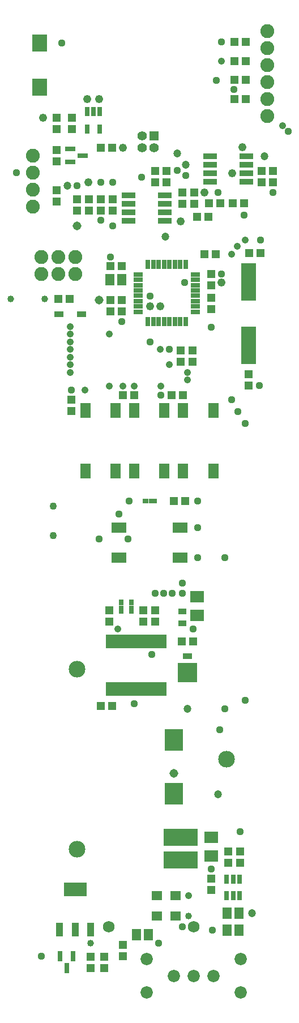
<source format=gbr>
G04 EAGLE Gerber RS-274X export*
G75*
%MOMM*%
%FSLAX34Y34*%
%LPD*%
%INSoldermask Top*%
%IPPOS*%
%AMOC8*
5,1,8,0,0,1.08239X$1,22.5*%
G01*
%ADD10C,1.727200*%
%ADD11C,2.493200*%
%ADD12R,1.573200X1.323200*%
%ADD13C,2.082800*%
%ADD14C,1.103200*%
%ADD15R,5.103200X2.503200*%
%ADD16R,0.703200X1.253200*%
%ADD17R,0.703200X0.903200*%
%ADD18R,1.253200X0.703200*%
%ADD19R,0.903200X0.703200*%
%ADD20R,2.703200X3.203200*%
%ADD21R,1.524000X0.762000*%
%ADD22R,0.762000X1.524000*%
%ADD23R,1.103200X2.003200*%
%ADD24R,3.403200X2.003200*%
%ADD25R,1.203200X1.303200*%
%ADD26R,1.303200X1.203200*%
%ADD27R,1.603200X2.303200*%
%ADD28R,2.303200X2.603200*%
%ADD29R,2.303200X1.603200*%
%ADD30R,1.411200X1.411200*%
%ADD31C,1.411200*%
%ADD32R,2.003200X0.853200*%
%ADD33R,0.762000X1.473200*%
%ADD34R,0.803200X1.453200*%
%ADD35R,1.473200X0.762000*%
%ADD36R,0.653200X2.003200*%
%ADD37R,2.203200X5.703200*%
%ADD38R,1.313200X1.673200*%
%ADD39R,2.003200X1.803200*%
%ADD40R,1.273200X0.973200*%
%ADD41R,1.403200X0.953200*%
%ADD42R,1.473200X0.965200*%
%ADD43R,2.903200X3.003200*%
%ADD44R,1.343200X1.673200*%
%ADD45C,1.203200*%
%ADD46C,1.841500*%
%ADD47C,1.109600*%
%ADD48C,1.309600*%
%ADD49C,1.209600*%
%ADD50C,1.059600*%
%ADD51C,1.009600*%


D10*
X136500Y120588D03*
X263500Y120588D03*
D11*
X312600Y371388D03*
X89100Y506288D03*
X89100Y236588D03*
D12*
X208280Y167400D03*
X208280Y137400D03*
X236220Y167400D03*
X236220Y137400D03*
D13*
X22860Y1198118D03*
X22860Y1223518D03*
X22860Y1248918D03*
X22860Y1274318D03*
X87122Y1122680D03*
X87122Y1097280D03*
X61722Y1122680D03*
X61722Y1097280D03*
X36322Y1122680D03*
X36322Y1097280D03*
X373888Y1460246D03*
X373888Y1434846D03*
X373888Y1409446D03*
X373888Y1384046D03*
X373888Y1358646D03*
X373888Y1333246D03*
D14*
X53340Y706218D03*
X53340Y750218D03*
D15*
X243840Y220998D03*
X243840Y254998D03*
D16*
X154940Y594622D03*
D17*
X154940Y605782D03*
D16*
X170180Y594622D03*
D17*
X170180Y605782D03*
D18*
X202684Y757682D03*
D19*
X191524Y757682D03*
D20*
X233680Y319918D03*
X233680Y399918D03*
D21*
X79448Y1283843D03*
X79448Y1264793D03*
X97373Y1274318D03*
D22*
X83185Y77270D03*
X64135Y77270D03*
X73660Y59346D03*
D23*
X63360Y116558D03*
X86360Y116558D03*
X109360Y116558D03*
D24*
X86360Y176558D03*
D25*
X332740Y233798D03*
X332740Y216798D03*
X58420Y1331078D03*
X58420Y1314078D03*
X58420Y1282818D03*
X58420Y1265818D03*
D26*
X138820Y1058418D03*
X155820Y1058418D03*
X61604Y1059688D03*
X78604Y1059688D03*
X279536Y1126744D03*
X296536Y1126744D03*
D25*
X81026Y909438D03*
X81026Y892438D03*
D26*
X157870Y915670D03*
X174870Y915670D03*
X231022Y915670D03*
X248022Y915670D03*
D25*
X137160Y577478D03*
X137160Y594478D03*
X106680Y1209158D03*
X106680Y1192158D03*
X187960Y577478D03*
X187960Y594478D03*
X261620Y983098D03*
X261620Y966098D03*
X243840Y983098D03*
X243840Y966098D03*
X157480Y77098D03*
X157480Y94098D03*
D26*
X251324Y757682D03*
X234324Y757682D03*
X324240Y1358646D03*
X341240Y1358646D03*
X341240Y1387094D03*
X324240Y1387094D03*
D25*
X109220Y59318D03*
X109220Y76318D03*
X81280Y1331078D03*
X81280Y1314078D03*
X223012Y1251576D03*
X223012Y1234576D03*
X206248Y1234576D03*
X206248Y1251576D03*
D26*
X268360Y1182878D03*
X285360Y1182878D03*
X286140Y1203198D03*
X303140Y1203198D03*
X382134Y1234440D03*
X365134Y1234440D03*
X364880Y1251458D03*
X381880Y1251458D03*
D25*
X314960Y216798D03*
X314960Y233798D03*
D27*
X101960Y802098D03*
X101960Y893098D03*
X146960Y802098D03*
X146960Y893098D03*
X174960Y802098D03*
X174960Y893098D03*
X219960Y802098D03*
X219960Y893098D03*
X247960Y802098D03*
X247960Y893098D03*
X292960Y802098D03*
X292960Y893098D03*
D28*
X33020Y1442192D03*
X33020Y1376192D03*
D29*
X151960Y717698D03*
X242960Y717698D03*
X151960Y672698D03*
X242960Y672698D03*
D30*
X204560Y1303618D03*
D31*
X186600Y1303618D03*
X186600Y1285658D03*
X204560Y1285658D03*
D32*
X165920Y1214628D03*
X165920Y1201928D03*
X165920Y1189228D03*
X165920Y1176528D03*
X220160Y1176528D03*
X220160Y1189228D03*
X220160Y1201928D03*
X220160Y1214628D03*
X287840Y1273048D03*
X287840Y1260348D03*
X287840Y1247648D03*
X287840Y1234948D03*
X342080Y1234948D03*
X342080Y1247648D03*
X342080Y1260348D03*
X342080Y1273048D03*
D33*
X123444Y1340104D03*
X114046Y1340104D03*
X104648Y1340104D03*
X104648Y1314196D03*
X123444Y1314196D03*
D34*
X313080Y167078D03*
X322580Y167078D03*
X332080Y167078D03*
X332080Y192078D03*
X322580Y192078D03*
X313080Y192078D03*
D35*
X266446Y1040578D03*
X266446Y1048578D03*
X266446Y1056578D03*
X266446Y1064578D03*
X266446Y1072578D03*
X266446Y1080578D03*
X266446Y1088578D03*
X266446Y1096578D03*
D33*
X251520Y1111504D03*
X243520Y1111504D03*
X235520Y1111504D03*
X227520Y1111504D03*
X219520Y1111504D03*
X211520Y1111504D03*
X203520Y1111504D03*
X195520Y1111504D03*
D35*
X180594Y1096578D03*
X180594Y1088578D03*
X180594Y1080578D03*
X180594Y1072578D03*
X180594Y1064578D03*
X180594Y1056578D03*
X180594Y1048578D03*
X180594Y1040578D03*
D33*
X195520Y1025652D03*
X203520Y1025652D03*
X211520Y1025652D03*
X219520Y1025652D03*
X227520Y1025652D03*
X235520Y1025652D03*
X243520Y1025652D03*
X251520Y1025652D03*
D36*
X135550Y476818D03*
X142050Y476818D03*
X148550Y476818D03*
X155050Y476818D03*
X161550Y476818D03*
X168050Y476818D03*
X174550Y476818D03*
X181050Y476818D03*
X187550Y476818D03*
X194050Y476818D03*
X200550Y476818D03*
X207050Y476818D03*
X213550Y476818D03*
X220050Y476818D03*
X220050Y547818D03*
X213550Y547818D03*
X207050Y547818D03*
X200550Y547818D03*
X194050Y547818D03*
X187550Y547818D03*
X181050Y547818D03*
X174550Y547818D03*
X168050Y547818D03*
X161550Y547818D03*
X155050Y547818D03*
X148550Y547818D03*
X142050Y547818D03*
X135550Y547818D03*
D37*
X345440Y1085598D03*
X345440Y990598D03*
D25*
X88900Y1209158D03*
X88900Y1192158D03*
X124460Y1209158D03*
X124460Y1192158D03*
X246380Y1202318D03*
X246380Y1219318D03*
X289560Y193158D03*
X289560Y176158D03*
D26*
X155820Y1109218D03*
X138820Y1109218D03*
D25*
X289560Y1061838D03*
X289560Y1044838D03*
X289560Y1080398D03*
X289560Y1097398D03*
D26*
X246262Y547878D03*
X263262Y547878D03*
D25*
X205740Y577478D03*
X205740Y594478D03*
D26*
X142104Y450850D03*
X125104Y450850D03*
D25*
X58420Y1222620D03*
X58420Y1205620D03*
X142240Y1192158D03*
X142240Y1209158D03*
D26*
X321700Y1203198D03*
X338700Y1203198D03*
D25*
X264160Y1202318D03*
X264160Y1219318D03*
X345440Y930284D03*
X345440Y947284D03*
D26*
X363338Y1128268D03*
X346338Y1128268D03*
D38*
X313580Y141478D03*
X331580Y141478D03*
X196198Y109220D03*
X178198Y109220D03*
D39*
X268986Y586710D03*
X268986Y614710D03*
X289560Y254538D03*
X289560Y226538D03*
D40*
X246380Y592438D03*
X246380Y574438D03*
D41*
X95994Y1036828D03*
X61994Y1036828D03*
D42*
X254000Y525318D03*
D43*
X254000Y501396D03*
D44*
X138420Y1088898D03*
X156220Y1088898D03*
D26*
X141850Y1285658D03*
X124850Y1285658D03*
D25*
X129540Y59318D03*
X129540Y76318D03*
D45*
X350520Y141478D03*
X254000Y447040D03*
X74930Y1229360D03*
X220980Y1153160D03*
X299720Y319024D03*
X251460Y1260094D03*
X238760Y1277620D03*
X369570Y1273048D03*
D38*
X313580Y116078D03*
X331580Y116078D03*
D46*
X263652Y47498D03*
X193802Y22606D03*
X193802Y72390D03*
X333756Y22606D03*
X333756Y72390D03*
X233680Y47498D03*
X293624Y47498D03*
D26*
X138820Y1041400D03*
X155820Y1041400D03*
X341240Y1415542D03*
X324240Y1415542D03*
X324240Y1443990D03*
X341240Y1443990D03*
D47*
X289560Y1017778D03*
X338700Y1185418D03*
X289560Y207518D03*
X332740Y263398D03*
X291592Y116078D03*
X35560Y77270D03*
X124460Y1177544D03*
X300482Y1219318D03*
X88900Y1229360D03*
X151960Y738124D03*
X269642Y717698D03*
X269642Y757682D03*
X205740Y619760D03*
X174498Y454152D03*
D48*
X233680Y350520D03*
D47*
X198120Y1064260D03*
X66040Y1442192D03*
X138820Y1122680D03*
X155820Y1026160D03*
X142240Y1168908D03*
X304800Y1097398D03*
X81026Y923544D03*
X214630Y915670D03*
D49*
X38100Y1331078D03*
X121920Y1358900D03*
D47*
X361696Y930148D03*
X363220Y1148080D03*
X263262Y566420D03*
X246380Y635000D03*
X200660Y528320D03*
D50*
X157870Y929640D03*
D47*
X382134Y1219200D03*
X251460Y1244600D03*
X323850Y1372870D03*
X304800Y1443990D03*
D50*
X149860Y566420D03*
D49*
X279400Y1219318D03*
X198120Y1048512D03*
D47*
X250190Y1084580D03*
D49*
X304800Y1084580D03*
X104648Y1358900D03*
X243840Y1176020D03*
X321564Y1247648D03*
D48*
X121920Y1058418D03*
X88900Y1168908D03*
D47*
X227520Y984250D03*
D51*
X40640Y1059688D03*
X-10160Y1059688D03*
D50*
X78740Y972820D03*
X78740Y1018540D03*
X78740Y995680D03*
D47*
X198120Y995680D03*
X-1016Y1248918D03*
D50*
X78740Y984250D03*
X213360Y984250D03*
D49*
X106426Y1234440D03*
D47*
X238760Y1252220D03*
X124460Y1234440D03*
D49*
X157480Y1285658D03*
X336550Y1286510D03*
X213360Y1048512D03*
D50*
X320040Y1126744D03*
D47*
X320040Y909320D03*
D50*
X214630Y929640D03*
X174870Y929640D03*
X101164Y923544D03*
X254000Y939038D03*
D47*
X218440Y619760D03*
X231140Y619760D03*
X121920Y701040D03*
X246380Y619760D03*
X165100Y701040D03*
X297180Y1386840D03*
X405130Y1310640D03*
D50*
X396240Y1318514D03*
X304800Y1415542D03*
X137160Y1007110D03*
D47*
X166878Y757682D03*
D50*
X78740Y1007110D03*
X137160Y929640D03*
D51*
X109220Y96520D03*
D50*
X340360Y1148080D03*
D47*
X340360Y873760D03*
X340360Y459740D03*
X210820Y96520D03*
X246380Y121158D03*
X309880Y447040D03*
X309880Y673100D03*
X269642Y672698D03*
D50*
X256286Y167386D03*
D51*
X256286Y137160D03*
D50*
X329184Y1138936D03*
D47*
X329438Y891540D03*
X302260Y415310D03*
X142240Y1234440D03*
X185420Y1242060D03*
D50*
X78740Y961390D03*
X227520Y961390D03*
X78740Y949960D03*
X254000Y949960D03*
M02*

</source>
